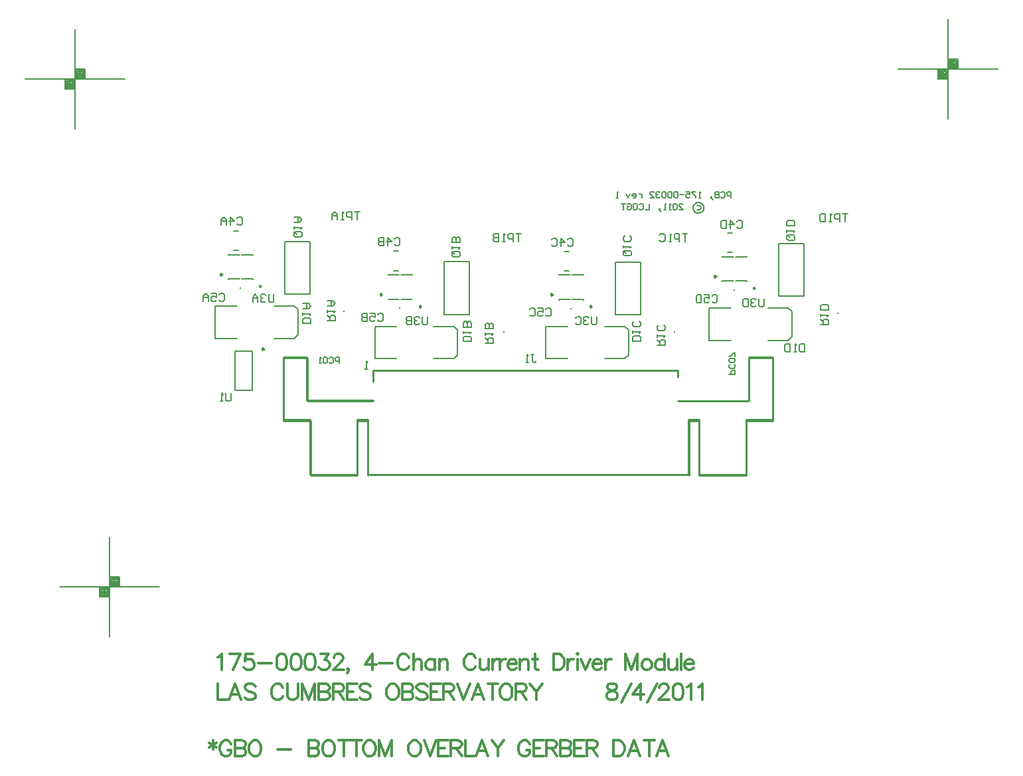
<source format=gbo>
%FSLAX23Y23*%
%MOIN*%
G70*
G01*
G75*
G04 Layer_Color=32896*
%ADD10R,0.014X0.060*%
%ADD11R,0.030X0.100*%
%ADD12R,0.031X0.060*%
%ADD13R,0.070X0.135*%
%ADD14R,0.050X0.050*%
%ADD15R,0.036X0.036*%
%ADD16R,0.028X0.036*%
%ADD17R,0.078X0.048*%
%ADD18R,0.050X0.050*%
%ADD19R,0.213X0.114*%
%ADD20R,0.039X0.063*%
%ADD21C,0.005*%
%ADD22C,0.010*%
%ADD23C,0.020*%
%ADD24C,0.025*%
%ADD25C,0.050*%
%ADD26C,0.100*%
%ADD27C,0.012*%
%ADD28C,0.008*%
%ADD29C,0.012*%
%ADD30C,0.012*%
%ADD31C,0.020*%
%ADD32C,0.059*%
%ADD33R,0.059X0.059*%
%ADD34C,0.219*%
%ADD35C,0.028*%
%ADD36C,0.024*%
%ADD37C,0.050*%
%ADD38C,0.040*%
%ADD39C,0.075*%
%ADD40C,0.206*%
G04:AMPARAMS|DCode=41|XSize=73mil|YSize=73mil|CornerRadius=0mil|HoleSize=0mil|Usage=FLASHONLY|Rotation=0.000|XOffset=0mil|YOffset=0mil|HoleType=Round|Shape=Relief|Width=10mil|Gap=10mil|Entries=4|*
%AMTHD41*
7,0,0,0.073,0.053,0.010,45*
%
%ADD41THD41*%
G04:AMPARAMS|DCode=42|XSize=70mil|YSize=70mil|CornerRadius=0mil|HoleSize=0mil|Usage=FLASHONLY|Rotation=0.000|XOffset=0mil|YOffset=0mil|HoleType=Round|Shape=Relief|Width=10mil|Gap=10mil|Entries=4|*
%AMTHD42*
7,0,0,0.070,0.050,0.010,45*
%
%ADD42THD42*%
G04:AMPARAMS|DCode=43|XSize=88mil|YSize=88mil|CornerRadius=0mil|HoleSize=0mil|Usage=FLASHONLY|Rotation=0.000|XOffset=0mil|YOffset=0mil|HoleType=Round|Shape=Relief|Width=10mil|Gap=10mil|Entries=4|*
%AMTHD43*
7,0,0,0.088,0.068,0.010,45*
%
%ADD43THD43*%
%ADD44C,0.068*%
%ADD45C,0.053*%
%ADD46O,0.079X0.024*%
%ADD47R,0.063X0.106*%
%ADD48R,0.094X0.130*%
%ADD49R,0.085X0.043*%
%ADD50R,0.085X0.043*%
%ADD51R,0.085X0.138*%
%ADD52R,0.067X0.067*%
%ADD53O,0.028X0.018*%
%ADD54C,0.010*%
%ADD55C,0.006*%
%ADD56C,0.007*%
%ADD57C,0.007*%
%ADD58R,0.320X0.160*%
%ADD59R,0.022X0.068*%
%ADD60R,0.038X0.108*%
%ADD61R,0.039X0.068*%
%ADD62R,0.078X0.143*%
%ADD63R,0.058X0.058*%
%ADD64R,0.044X0.044*%
%ADD65R,0.036X0.044*%
%ADD66R,0.086X0.056*%
%ADD67R,0.058X0.058*%
%ADD68R,0.221X0.122*%
%ADD69R,0.047X0.071*%
%ADD70C,0.067*%
%ADD71R,0.067X0.067*%
%ADD72C,0.227*%
%ADD73C,0.036*%
%ADD74C,0.032*%
%ADD75C,0.058*%
%ADD76R,0.601X0.137*%
%ADD77O,0.087X0.032*%
%ADD78R,0.071X0.114*%
%ADD79R,0.102X0.138*%
%ADD80R,0.093X0.051*%
%ADD81R,0.093X0.051*%
%ADD82R,0.093X0.146*%
%ADD83R,0.075X0.075*%
%ADD84O,0.036X0.026*%
%ADD85C,0.010*%
%ADD86C,0.008*%
D21*
X33598Y19500D02*
X33596Y19510D01*
X33591Y19518D01*
X33583Y19524D01*
X33574Y19527D01*
X33564Y19526D01*
X33555Y19521D01*
X33548Y19514D01*
X33545Y19505D01*
Y19495D01*
X33548Y19486D01*
X33555Y19478D01*
X33564Y19474D01*
X33574Y19473D01*
X33583Y19476D01*
X33591Y19482D01*
X33596Y19490D01*
X33598Y19500D01*
X33562Y19511D02*
X33577D01*
X33582Y19506D01*
Y19496D01*
X33577Y19491D01*
X33562D01*
X33472D02*
X33492D01*
X33472Y19511D01*
Y19516D01*
X33477Y19521D01*
X33487D01*
X33492Y19516D01*
X33462D02*
X33457Y19521D01*
X33447D01*
X33442Y19516D01*
Y19496D01*
X33447Y19491D01*
X33457D01*
X33462Y19496D01*
Y19516D01*
X33432Y19491D02*
X33422D01*
X33427D01*
Y19521D01*
X33432Y19516D01*
X33407Y19491D02*
X33397D01*
X33402D01*
Y19521D01*
X33407Y19516D01*
X33377Y19486D02*
X33372Y19491D01*
Y19496D01*
X33377D01*
Y19491D01*
X33372D01*
X33377Y19486D01*
X33382Y19481D01*
X33322Y19521D02*
Y19491D01*
X33302D01*
X33272Y19516D02*
X33277Y19521D01*
X33287D01*
X33292Y19516D01*
Y19496D01*
X33287Y19491D01*
X33277D01*
X33272Y19496D01*
X33247Y19521D02*
X33257D01*
X33262Y19516D01*
Y19496D01*
X33257Y19491D01*
X33247D01*
X33242Y19496D01*
Y19516D01*
X33247Y19521D01*
X33212Y19516D02*
X33217Y19521D01*
X33227D01*
X33232Y19516D01*
Y19496D01*
X33227Y19491D01*
X33217D01*
X33212Y19496D01*
Y19506D01*
X33222D01*
X33202Y19521D02*
X33182D01*
X33192D01*
Y19491D01*
X33732Y19551D02*
Y19581D01*
X33717D01*
X33712Y19576D01*
Y19566D01*
X33717Y19561D01*
X33732D01*
X33682Y19576D02*
X33687Y19581D01*
X33697D01*
X33702Y19576D01*
Y19556D01*
X33697Y19551D01*
X33687D01*
X33682Y19556D01*
X33672Y19581D02*
Y19551D01*
X33657D01*
X33652Y19556D01*
Y19561D01*
X33657Y19566D01*
X33672D01*
X33657D01*
X33652Y19571D01*
Y19576D01*
X33657Y19581D01*
X33672D01*
X33637Y19546D02*
X33632Y19551D01*
Y19556D01*
X33637D01*
Y19551D01*
X33632D01*
X33637Y19546D01*
X33642Y19541D01*
X33582Y19551D02*
X33572D01*
X33577D01*
Y19581D01*
X33582Y19576D01*
X33557Y19581D02*
X33537D01*
Y19576D01*
X33557Y19556D01*
Y19551D01*
X33507Y19581D02*
X33527D01*
Y19566D01*
X33517Y19571D01*
X33512D01*
X33507Y19566D01*
Y19556D01*
X33512Y19551D01*
X33522D01*
X33527Y19556D01*
X33497Y19566D02*
X33477D01*
X33467Y19576D02*
X33462Y19581D01*
X33452D01*
X33447Y19576D01*
Y19556D01*
X33452Y19551D01*
X33462D01*
X33467Y19556D01*
Y19576D01*
X33437D02*
X33432Y19581D01*
X33422D01*
X33417Y19576D01*
Y19556D01*
X33422Y19551D01*
X33432D01*
X33437Y19556D01*
Y19576D01*
X33407D02*
X33402Y19581D01*
X33392D01*
X33387Y19576D01*
Y19556D01*
X33392Y19551D01*
X33402D01*
X33407Y19556D01*
Y19576D01*
X33377D02*
X33372Y19581D01*
X33362D01*
X33357Y19576D01*
Y19571D01*
X33362Y19566D01*
X33367D01*
X33362D01*
X33357Y19561D01*
Y19556D01*
X33362Y19551D01*
X33372D01*
X33377Y19556D01*
X33327Y19551D02*
X33347D01*
X33327Y19571D01*
Y19576D01*
X33332Y19581D01*
X33342D01*
X33347Y19576D01*
X33287Y19571D02*
Y19551D01*
Y19561D01*
X33282Y19566D01*
X33277Y19571D01*
X33272D01*
X33242Y19551D02*
X33252D01*
X33257Y19556D01*
Y19566D01*
X33252Y19571D01*
X33242D01*
X33237Y19566D01*
Y19561D01*
X33257D01*
X33227Y19571D02*
X33217Y19551D01*
X33207Y19571D01*
X33167Y19551D02*
X33157D01*
X33162D01*
Y19581D01*
X33167Y19576D01*
X33724Y18665D02*
X33754D01*
Y18680D01*
X33749Y18685D01*
X33739D01*
X33734Y18680D01*
Y18665D01*
X33749Y18715D02*
X33754Y18710D01*
Y18700D01*
X33749Y18695D01*
X33729D01*
X33724Y18700D01*
Y18710D01*
X33729Y18715D01*
X33749Y18725D02*
X33754Y18730D01*
Y18740D01*
X33749Y18745D01*
X33729D01*
X33724Y18740D01*
Y18730D01*
X33729Y18725D01*
X33749D01*
X33754Y18755D02*
Y18775D01*
X33749D01*
X33729Y18755D01*
X33724D01*
X31766Y18719D02*
Y18749D01*
X31751D01*
X31746Y18744D01*
Y18734D01*
X31751Y18729D01*
X31766D01*
X31716Y18744D02*
X31721Y18749D01*
X31731D01*
X31736Y18744D01*
Y18724D01*
X31731Y18719D01*
X31721D01*
X31716Y18724D01*
X31706Y18744D02*
X31701Y18749D01*
X31691D01*
X31686Y18744D01*
Y18724D01*
X31691Y18719D01*
X31701D01*
X31706Y18724D01*
Y18744D01*
X31676Y18719D02*
X31666D01*
X31671D01*
Y18749D01*
X31676Y18744D01*
X31909Y18691D02*
X31895D01*
X31902D01*
Y18731D01*
X31909Y18725D01*
D22*
X31937Y18684D02*
X31938Y18626D01*
X31605Y18534D02*
Y18751D01*
X31487Y18436D02*
Y18751D01*
X31909Y18160D02*
Y18436D01*
X31857Y18160D02*
Y18436D01*
X31621Y18160D02*
Y18436D01*
X31857D02*
X31909D01*
X31487Y18751D02*
X31605D01*
X31487Y18436D02*
X31621D01*
X31605Y18534D02*
X31936D01*
X31621Y18160D02*
X31857D01*
X31909D02*
X33522D01*
X33572D02*
X33809D01*
X33466Y18530D02*
X33825D01*
X33809Y18436D02*
X33943D01*
X33824Y18751D02*
X33943D01*
X33521Y18436D02*
X33572D01*
X33809Y18160D02*
Y18436D01*
X33572Y18160D02*
Y18436D01*
X33521Y18160D02*
Y18436D01*
X33943D02*
Y18751D01*
X33824Y18534D02*
Y18751D01*
X33825Y18530D02*
Y18747D01*
X33944Y18432D02*
Y18747D01*
X33522Y18156D02*
Y18432D01*
X33574Y18156D02*
Y18432D01*
X33810Y18156D02*
Y18432D01*
X33522D02*
X33574D01*
X33825Y18747D02*
X33944D01*
X33810Y18432D02*
X33944D01*
X33574Y18156D02*
X33810D01*
X31622D02*
X31858D01*
X31606Y18530D02*
X31937D01*
X31488Y18432D02*
X31622D01*
X31488Y18747D02*
X31606D01*
X31858Y18432D02*
X31910D01*
X31622Y18156D02*
Y18432D01*
X31858Y18156D02*
Y18432D01*
X31910Y18156D02*
Y18432D01*
X31488D02*
Y18747D01*
X31606Y18530D02*
Y18747D01*
X31937Y18684D02*
X33466D01*
Y18649D02*
Y18684D01*
D27*
X31132Y16826D02*
Y16781D01*
X31113Y16815D02*
X31151Y16792D01*
Y16815D02*
X31113Y16792D01*
X31225Y16807D02*
X31221Y16815D01*
X31213Y16822D01*
X31206Y16826D01*
X31191D01*
X31183Y16822D01*
X31175Y16815D01*
X31172Y16807D01*
X31168Y16796D01*
Y16777D01*
X31172Y16765D01*
X31175Y16758D01*
X31183Y16750D01*
X31191Y16746D01*
X31206D01*
X31213Y16750D01*
X31221Y16758D01*
X31225Y16765D01*
Y16777D01*
X31206D02*
X31225D01*
X31243Y16826D02*
Y16746D01*
Y16826D02*
X31277D01*
X31289Y16822D01*
X31293Y16819D01*
X31296Y16811D01*
Y16803D01*
X31293Y16796D01*
X31289Y16792D01*
X31277Y16788D01*
X31243D02*
X31277D01*
X31289Y16784D01*
X31293Y16781D01*
X31296Y16773D01*
Y16762D01*
X31293Y16754D01*
X31289Y16750D01*
X31277Y16746D01*
X31243D01*
X31337Y16826D02*
X31330Y16822D01*
X31322Y16815D01*
X31318Y16807D01*
X31314Y16796D01*
Y16777D01*
X31318Y16765D01*
X31322Y16758D01*
X31330Y16750D01*
X31337Y16746D01*
X31352D01*
X31360Y16750D01*
X31368Y16758D01*
X31371Y16765D01*
X31375Y16777D01*
Y16796D01*
X31371Y16807D01*
X31368Y16815D01*
X31360Y16822D01*
X31352Y16826D01*
X31337D01*
X31457Y16781D02*
X31525D01*
X31612Y16826D02*
Y16746D01*
Y16826D02*
X31646D01*
X31658Y16822D01*
X31661Y16819D01*
X31665Y16811D01*
Y16803D01*
X31661Y16796D01*
X31658Y16792D01*
X31646Y16788D01*
X31612D02*
X31646D01*
X31658Y16784D01*
X31661Y16781D01*
X31665Y16773D01*
Y16762D01*
X31661Y16754D01*
X31658Y16750D01*
X31646Y16746D01*
X31612D01*
X31706Y16826D02*
X31698Y16822D01*
X31691Y16815D01*
X31687Y16807D01*
X31683Y16796D01*
Y16777D01*
X31687Y16765D01*
X31691Y16758D01*
X31698Y16750D01*
X31706Y16746D01*
X31721D01*
X31729Y16750D01*
X31736Y16758D01*
X31740Y16765D01*
X31744Y16777D01*
Y16796D01*
X31740Y16807D01*
X31736Y16815D01*
X31729Y16822D01*
X31721Y16826D01*
X31706D01*
X31789D02*
Y16746D01*
X31763Y16826D02*
X31816D01*
X31852D02*
Y16746D01*
X31825Y16826D02*
X31879D01*
X31911D02*
X31904Y16822D01*
X31896Y16815D01*
X31892Y16807D01*
X31888Y16796D01*
Y16777D01*
X31892Y16765D01*
X31896Y16758D01*
X31904Y16750D01*
X31911Y16746D01*
X31926D01*
X31934Y16750D01*
X31942Y16758D01*
X31945Y16765D01*
X31949Y16777D01*
Y16796D01*
X31945Y16807D01*
X31942Y16815D01*
X31934Y16822D01*
X31926Y16826D01*
X31911D01*
X31968D02*
Y16746D01*
Y16826D02*
X31998Y16746D01*
X32029Y16826D02*
X31998Y16746D01*
X32029Y16826D02*
Y16746D01*
X32137Y16826D02*
X32130Y16822D01*
X32122Y16815D01*
X32118Y16807D01*
X32115Y16796D01*
Y16777D01*
X32118Y16765D01*
X32122Y16758D01*
X32130Y16750D01*
X32137Y16746D01*
X32153D01*
X32160Y16750D01*
X32168Y16758D01*
X32172Y16765D01*
X32176Y16777D01*
Y16796D01*
X32172Y16807D01*
X32168Y16815D01*
X32160Y16822D01*
X32153Y16826D01*
X32137D01*
X32194D02*
X32225Y16746D01*
X32255Y16826D02*
X32225Y16746D01*
X32315Y16826D02*
X32265D01*
Y16746D01*
X32315D01*
X32265Y16788D02*
X32296D01*
X32328Y16826D02*
Y16746D01*
Y16826D02*
X32363D01*
X32374Y16822D01*
X32378Y16819D01*
X32382Y16811D01*
Y16803D01*
X32378Y16796D01*
X32374Y16792D01*
X32363Y16788D01*
X32328D01*
X32355D02*
X32382Y16746D01*
X32399Y16826D02*
Y16746D01*
X32445D01*
X32515D02*
X32484Y16826D01*
X32454Y16746D01*
X32465Y16773D02*
X32503D01*
X32534Y16826D02*
X32564Y16788D01*
Y16746D01*
X32594Y16826D02*
X32564Y16788D01*
X32725Y16807D02*
X32721Y16815D01*
X32713Y16822D01*
X32706Y16826D01*
X32690D01*
X32683Y16822D01*
X32675Y16815D01*
X32671Y16807D01*
X32668Y16796D01*
Y16777D01*
X32671Y16765D01*
X32675Y16758D01*
X32683Y16750D01*
X32690Y16746D01*
X32706D01*
X32713Y16750D01*
X32721Y16758D01*
X32725Y16765D01*
Y16777D01*
X32706D02*
X32725D01*
X32793Y16826D02*
X32743D01*
Y16746D01*
X32793D01*
X32743Y16788D02*
X32773D01*
X32806Y16826D02*
Y16746D01*
Y16826D02*
X32840D01*
X32852Y16822D01*
X32855Y16819D01*
X32859Y16811D01*
Y16803D01*
X32855Y16796D01*
X32852Y16792D01*
X32840Y16788D01*
X32806D01*
X32833D02*
X32859Y16746D01*
X32877Y16826D02*
Y16746D01*
Y16826D02*
X32911D01*
X32923Y16822D01*
X32927Y16819D01*
X32930Y16811D01*
Y16803D01*
X32927Y16796D01*
X32923Y16792D01*
X32911Y16788D01*
X32877D02*
X32911D01*
X32923Y16784D01*
X32927Y16781D01*
X32930Y16773D01*
Y16762D01*
X32927Y16754D01*
X32923Y16750D01*
X32911Y16746D01*
X32877D01*
X32998Y16826D02*
X32948D01*
Y16746D01*
X32998D01*
X32948Y16788D02*
X32979D01*
X33011Y16826D02*
Y16746D01*
Y16826D02*
X33045D01*
X33057Y16822D01*
X33061Y16819D01*
X33064Y16811D01*
Y16803D01*
X33061Y16796D01*
X33057Y16792D01*
X33045Y16788D01*
X33011D01*
X33038D02*
X33064Y16746D01*
X33145Y16826D02*
Y16746D01*
Y16826D02*
X33172D01*
X33183Y16822D01*
X33191Y16815D01*
X33195Y16807D01*
X33199Y16796D01*
Y16777D01*
X33195Y16765D01*
X33191Y16758D01*
X33183Y16750D01*
X33172Y16746D01*
X33145D01*
X33277D02*
X33247Y16826D01*
X33216Y16746D01*
X33228Y16773D02*
X33266D01*
X33323Y16826D02*
Y16746D01*
X33296Y16826D02*
X33349D01*
X33420Y16746D02*
X33389Y16826D01*
X33359Y16746D01*
X33370Y16773D02*
X33408D01*
D28*
X31224Y18569D02*
Y18535D01*
X31218Y18529D01*
X31204D01*
X31198Y18535D01*
Y18569D01*
X31184Y18529D02*
X31171D01*
X31178D01*
Y18569D01*
X31184Y18562D01*
X34319Y19472D02*
X34293D01*
X34306D01*
Y19432D01*
X34279D02*
Y19472D01*
X34259D01*
X34253Y19465D01*
Y19452D01*
X34259Y19445D01*
X34279D01*
X34239Y19432D02*
X34226D01*
X34233D01*
Y19472D01*
X34239Y19465D01*
X34206Y19472D02*
Y19432D01*
X34186D01*
X34179Y19438D01*
Y19465D01*
X34186Y19472D01*
X34206D01*
X33515Y19370D02*
X33489D01*
X33502D01*
Y19330D01*
X33475D02*
Y19370D01*
X33455D01*
X33449Y19363D01*
Y19350D01*
X33455Y19343D01*
X33475D01*
X33435Y19330D02*
X33422D01*
X33429D01*
Y19370D01*
X33435Y19363D01*
X33375D02*
X33382Y19370D01*
X33395D01*
X33402Y19363D01*
Y19336D01*
X33395Y19330D01*
X33382D01*
X33375Y19336D01*
X32680Y19371D02*
X32654D01*
X32667D01*
Y19331D01*
X32640D02*
Y19371D01*
X32620D01*
X32614Y19364D01*
Y19351D01*
X32620Y19344D01*
X32640D01*
X32600Y19331D02*
X32587D01*
X32594D01*
Y19371D01*
X32600Y19364D01*
X32567Y19371D02*
Y19331D01*
X32547D01*
X32540Y19337D01*
Y19344D01*
X32547Y19351D01*
X32567D01*
X32547D01*
X32540Y19357D01*
Y19364D01*
X32547Y19371D01*
X32567D01*
X31871Y19480D02*
X31845D01*
X31858D01*
Y19440D01*
X31831D02*
Y19480D01*
X31811D01*
X31805Y19473D01*
Y19460D01*
X31811Y19453D01*
X31831D01*
X31791Y19440D02*
X31778D01*
X31785D01*
Y19480D01*
X31791Y19473D01*
X31758Y19440D02*
Y19466D01*
X31745Y19480D01*
X31731Y19466D01*
Y19440D01*
Y19460D01*
X31758D01*
X32731Y18765D02*
X32744D01*
X32737D01*
Y18731D01*
X32744Y18725D01*
X32751D01*
X32757Y18731D01*
X32717Y18725D02*
X32704D01*
X32711D01*
Y18765D01*
X32717Y18758D01*
X31253Y19446D02*
X31259Y19453D01*
X31273D01*
X31279Y19446D01*
Y19419D01*
X31273Y19413D01*
X31259D01*
X31253Y19419D01*
X31219Y19413D02*
Y19453D01*
X31239Y19433D01*
X31213D01*
X31199Y19413D02*
Y19439D01*
X31186Y19453D01*
X31173Y19439D01*
Y19413D01*
Y19433D01*
X31199D01*
X32045Y19343D02*
X32051Y19350D01*
X32065D01*
X32071Y19343D01*
Y19316D01*
X32065Y19310D01*
X32051D01*
X32045Y19316D01*
X32011Y19310D02*
Y19350D01*
X32031Y19330D01*
X32005D01*
X31991Y19350D02*
Y19310D01*
X31971D01*
X31965Y19316D01*
Y19323D01*
X31971Y19330D01*
X31991D01*
X31971D01*
X31965Y19336D01*
Y19343D01*
X31971Y19350D01*
X31991D01*
X32915Y19340D02*
X32921Y19347D01*
X32935D01*
X32941Y19340D01*
Y19313D01*
X32935Y19307D01*
X32921D01*
X32915Y19313D01*
X32881Y19307D02*
Y19347D01*
X32901Y19327D01*
X32875D01*
X32835Y19340D02*
X32841Y19347D01*
X32855D01*
X32861Y19340D01*
Y19313D01*
X32855Y19307D01*
X32841D01*
X32835Y19313D01*
X33764Y19431D02*
X33770Y19438D01*
X33784D01*
X33790Y19431D01*
Y19404D01*
X33784Y19398D01*
X33770D01*
X33764Y19404D01*
X33730Y19398D02*
Y19438D01*
X33750Y19418D01*
X33724D01*
X33710Y19438D02*
Y19398D01*
X33690D01*
X33684Y19404D01*
Y19431D01*
X33690Y19438D01*
X33710D01*
X31165Y19064D02*
X31171Y19071D01*
X31185D01*
X31191Y19064D01*
Y19037D01*
X31185Y19031D01*
X31171D01*
X31165Y19037D01*
X31125Y19071D02*
X31151D01*
Y19051D01*
X31138Y19057D01*
X31131D01*
X31125Y19051D01*
Y19037D01*
X31131Y19031D01*
X31145D01*
X31151Y19037D01*
X31111Y19031D02*
Y19057D01*
X31098Y19071D01*
X31085Y19057D01*
Y19031D01*
Y19051D01*
X31111D01*
X31960Y18965D02*
X31966Y18972D01*
X31980D01*
X31986Y18965D01*
Y18938D01*
X31980Y18932D01*
X31966D01*
X31960Y18938D01*
X31920Y18972D02*
X31946D01*
Y18952D01*
X31933Y18958D01*
X31926D01*
X31920Y18952D01*
Y18938D01*
X31926Y18932D01*
X31940D01*
X31946Y18938D01*
X31906Y18972D02*
Y18932D01*
X31886D01*
X31880Y18938D01*
Y18945D01*
X31886Y18952D01*
X31906D01*
X31886D01*
X31880Y18958D01*
Y18965D01*
X31886Y18972D01*
X31906D01*
X32804Y18989D02*
X32810Y18996D01*
X32824D01*
X32830Y18989D01*
Y18962D01*
X32824Y18956D01*
X32810D01*
X32804Y18962D01*
X32764Y18996D02*
X32790D01*
Y18976D01*
X32777Y18982D01*
X32770D01*
X32764Y18976D01*
Y18962D01*
X32770Y18956D01*
X32784D01*
X32790Y18962D01*
X32724Y18989D02*
X32730Y18996D01*
X32744D01*
X32750Y18989D01*
Y18962D01*
X32744Y18956D01*
X32730D01*
X32724Y18962D01*
X33639Y19056D02*
X33645Y19063D01*
X33659D01*
X33665Y19056D01*
Y19029D01*
X33659Y19023D01*
X33645D01*
X33639Y19029D01*
X33599Y19063D02*
X33625D01*
Y19043D01*
X33612Y19049D01*
X33605D01*
X33599Y19043D01*
Y19029D01*
X33605Y19023D01*
X33619D01*
X33625Y19029D01*
X33585Y19063D02*
Y19023D01*
X33565D01*
X33559Y19029D01*
Y19056D01*
X33565Y19063D01*
X33585D01*
X31625Y18922D02*
X31585D01*
Y18942D01*
X31592Y18948D01*
X31619D01*
X31625Y18942D01*
Y18922D01*
X31585Y18962D02*
Y18975D01*
Y18968D01*
X31625D01*
X31619Y18962D01*
X31585Y18995D02*
X31612D01*
X31625Y19008D01*
X31612Y19022D01*
X31585D01*
X31605D01*
Y18995D01*
X32429Y18829D02*
X32389D01*
Y18849D01*
X32396Y18855D01*
X32423D01*
X32429Y18849D01*
Y18829D01*
X32389Y18869D02*
Y18882D01*
Y18875D01*
X32429D01*
X32423Y18869D01*
X32429Y18902D02*
X32389D01*
Y18922D01*
X32396Y18929D01*
X32403D01*
X32409Y18922D01*
Y18902D01*
Y18922D01*
X32416Y18929D01*
X32423D01*
X32429Y18922D01*
Y18902D01*
X33279Y18830D02*
X33239D01*
Y18850D01*
X33246Y18856D01*
X33273D01*
X33279Y18850D01*
Y18830D01*
X33239Y18870D02*
Y18883D01*
Y18876D01*
X33279D01*
X33273Y18870D01*
Y18930D02*
X33279Y18923D01*
Y18910D01*
X33273Y18903D01*
X33246D01*
X33239Y18910D01*
Y18923D01*
X33246Y18930D01*
X34104Y18817D02*
Y18777D01*
X34084D01*
X34078Y18783D01*
Y18810D01*
X34084Y18817D01*
X34104D01*
X34064Y18777D02*
X34051D01*
X34058D01*
Y18817D01*
X34064Y18810D01*
X34031Y18817D02*
Y18777D01*
X34011D01*
X34004Y18783D01*
Y18810D01*
X34011Y18817D01*
X34031D01*
X31546Y19379D02*
X31573D01*
X31579Y19373D01*
Y19359D01*
X31573Y19353D01*
X31546D01*
X31539Y19359D01*
Y19373D01*
X31553Y19366D02*
X31539Y19379D01*
Y19373D02*
X31546Y19379D01*
X31539Y19393D02*
Y19406D01*
Y19399D01*
X31579D01*
X31573Y19393D01*
X31539Y19426D02*
X31566D01*
X31579Y19439D01*
X31566Y19453D01*
X31539D01*
X31559D01*
Y19426D01*
X32339Y19280D02*
X32366D01*
X32372Y19274D01*
Y19260D01*
X32366Y19254D01*
X32339D01*
X32332Y19260D01*
Y19274D01*
X32346Y19267D02*
X32332Y19280D01*
Y19274D02*
X32339Y19280D01*
X32332Y19294D02*
Y19307D01*
Y19300D01*
X32372D01*
X32366Y19294D01*
X32372Y19327D02*
X32332D01*
Y19347D01*
X32339Y19354D01*
X32346D01*
X32352Y19347D01*
Y19327D01*
Y19347D01*
X32359Y19354D01*
X32366D01*
X32372Y19347D01*
Y19327D01*
X33200Y19285D02*
X33227D01*
X33233Y19279D01*
Y19265D01*
X33227Y19259D01*
X33200D01*
X33193Y19265D01*
Y19279D01*
X33207Y19272D02*
X33193Y19285D01*
Y19279D02*
X33200Y19285D01*
X33193Y19299D02*
Y19312D01*
Y19305D01*
X33233D01*
X33227Y19299D01*
Y19359D02*
X33233Y19352D01*
Y19339D01*
X33227Y19332D01*
X33200D01*
X33193Y19339D01*
Y19352D01*
X33200Y19359D01*
X34022Y19363D02*
X34049D01*
X34055Y19357D01*
Y19343D01*
X34049Y19337D01*
X34022D01*
X34015Y19343D01*
Y19357D01*
X34029Y19350D02*
X34015Y19363D01*
Y19357D02*
X34022Y19363D01*
X34015Y19377D02*
Y19390D01*
Y19383D01*
X34055D01*
X34049Y19377D01*
X34055Y19410D02*
X34015D01*
Y19430D01*
X34022Y19437D01*
X34049D01*
X34055Y19430D01*
Y19410D01*
X31706Y18934D02*
X31746D01*
Y18954D01*
X31740Y18960D01*
X31726D01*
X31720Y18954D01*
Y18934D01*
Y18947D02*
X31706Y18960D01*
Y18974D02*
Y18987D01*
Y18980D01*
X31746D01*
X31740Y18974D01*
X31706Y19007D02*
X31733D01*
X31746Y19020D01*
X31733Y19034D01*
X31706D01*
X31726D01*
Y19007D01*
X32500Y18822D02*
X32540D01*
Y18842D01*
X32534Y18848D01*
X32520D01*
X32514Y18842D01*
Y18822D01*
Y18835D02*
X32500Y18848D01*
Y18862D02*
Y18875D01*
Y18868D01*
X32540D01*
X32534Y18862D01*
X32540Y18895D02*
X32500D01*
Y18915D01*
X32507Y18922D01*
X32514D01*
X32520Y18915D01*
Y18895D01*
Y18915D01*
X32527Y18922D01*
X32534D01*
X32540Y18915D01*
Y18895D01*
X33364Y18811D02*
X33404D01*
Y18831D01*
X33398Y18837D01*
X33384D01*
X33378Y18831D01*
Y18811D01*
Y18824D02*
X33364Y18837D01*
Y18851D02*
Y18864D01*
Y18857D01*
X33404D01*
X33398Y18851D01*
Y18911D02*
X33404Y18904D01*
Y18891D01*
X33398Y18884D01*
X33371D01*
X33364Y18891D01*
Y18904D01*
X33371Y18911D01*
X34184Y18915D02*
X34224D01*
Y18935D01*
X34218Y18941D01*
X34204D01*
X34198Y18935D01*
Y18915D01*
Y18928D02*
X34184Y18941D01*
Y18955D02*
Y18968D01*
Y18961D01*
X34224D01*
X34218Y18955D01*
X34224Y18988D02*
X34184D01*
Y19008D01*
X34191Y19015D01*
X34218D01*
X34224Y19008D01*
Y18988D01*
X31438Y19066D02*
Y19032D01*
X31432Y19026D01*
X31418D01*
X31412Y19032D01*
Y19066D01*
X31398Y19059D02*
X31392Y19066D01*
X31378D01*
X31372Y19059D01*
Y19052D01*
X31378Y19046D01*
X31385D01*
X31378D01*
X31372Y19039D01*
Y19032D01*
X31378Y19026D01*
X31392D01*
X31398Y19032D01*
X31358Y19026D02*
Y19052D01*
X31345Y19066D01*
X31332Y19052D01*
Y19026D01*
Y19046D01*
X31358D01*
X32211Y18955D02*
Y18921D01*
X32205Y18915D01*
X32191D01*
X32185Y18921D01*
Y18955D01*
X32171Y18948D02*
X32165Y18955D01*
X32151D01*
X32145Y18948D01*
Y18941D01*
X32151Y18935D01*
X32158D01*
X32151D01*
X32145Y18928D01*
Y18921D01*
X32151Y18915D01*
X32165D01*
X32171Y18921D01*
X32131Y18955D02*
Y18915D01*
X32111D01*
X32105Y18921D01*
Y18928D01*
X32111Y18935D01*
X32131D01*
X32111D01*
X32105Y18941D01*
Y18948D01*
X32111Y18955D01*
X32131D01*
X33061Y18954D02*
Y18920D01*
X33055Y18914D01*
X33041D01*
X33035Y18920D01*
Y18954D01*
X33021Y18947D02*
X33015Y18954D01*
X33001D01*
X32995Y18947D01*
Y18940D01*
X33001Y18934D01*
X33008D01*
X33001D01*
X32995Y18927D01*
Y18920D01*
X33001Y18914D01*
X33015D01*
X33021Y18920D01*
X32955Y18947D02*
X32961Y18954D01*
X32975D01*
X32981Y18947D01*
Y18920D01*
X32975Y18914D01*
X32961D01*
X32955Y18920D01*
X33899Y19044D02*
Y19010D01*
X33893Y19004D01*
X33879D01*
X33873Y19010D01*
Y19044D01*
X33859Y19037D02*
X33853Y19044D01*
X33839D01*
X33833Y19037D01*
Y19030D01*
X33839Y19024D01*
X33846D01*
X33839D01*
X33833Y19017D01*
Y19010D01*
X33839Y19004D01*
X33853D01*
X33859Y19010D01*
X33819Y19044D02*
Y19004D01*
X33799D01*
X33793Y19010D01*
Y19037D01*
X33799Y19044D01*
X33819D01*
X34575Y20198D02*
X35075D01*
X34825Y19948D02*
Y20448D01*
X34875Y20198D02*
Y20248D01*
X34825D02*
X34875D01*
X34775Y20148D02*
Y20198D01*
Y20148D02*
X34825D01*
X34780Y20193D02*
X34820D01*
X34780Y20153D02*
Y20193D01*
Y20153D02*
X34820D01*
Y20193D01*
X34785Y20188D02*
X34815D01*
X34785Y20158D02*
Y20188D01*
Y20158D02*
X34815D01*
Y20183D01*
X34790D02*
X34810D01*
X34790Y20163D02*
Y20183D01*
Y20163D02*
X34810D01*
Y20178D01*
X34795D02*
X34805D01*
X34795Y20168D02*
Y20178D01*
Y20168D02*
X34805D01*
Y20178D01*
X34795Y20173D02*
X34805D01*
X34830Y20243D02*
X34870D01*
X34830Y20203D02*
Y20243D01*
Y20203D02*
X34870D01*
Y20243D01*
X34835Y20238D02*
X34865D01*
X34835Y20208D02*
Y20238D01*
Y20208D02*
X34865D01*
Y20233D01*
X34840D02*
X34860D01*
X34840Y20213D02*
Y20233D01*
Y20213D02*
X34860D01*
Y20228D01*
X34845D02*
X34855D01*
X34845Y20218D02*
Y20228D01*
Y20218D02*
X34855D01*
Y20228D01*
X34845Y20223D02*
X34855D01*
X30190Y20148D02*
X30690D01*
X30440Y19898D02*
Y20398D01*
X30490Y20148D02*
Y20198D01*
X30440D02*
X30490D01*
X30390Y20098D02*
Y20148D01*
Y20098D02*
X30440D01*
X30395Y20143D02*
X30435D01*
X30395Y20103D02*
Y20143D01*
Y20103D02*
X30435D01*
Y20143D01*
X30400Y20138D02*
X30430D01*
X30400Y20108D02*
Y20138D01*
Y20108D02*
X30430D01*
Y20133D01*
X30405D02*
X30425D01*
X30405Y20113D02*
Y20133D01*
Y20113D02*
X30425D01*
Y20128D01*
X30410D02*
X30420D01*
X30410Y20118D02*
Y20128D01*
Y20118D02*
X30420D01*
Y20128D01*
X30410Y20123D02*
X30420D01*
X30445Y20193D02*
X30485D01*
X30445Y20153D02*
Y20193D01*
Y20153D02*
X30485D01*
Y20193D01*
X30450Y20188D02*
X30480D01*
X30450Y20158D02*
Y20188D01*
Y20158D02*
X30480D01*
Y20183D01*
X30455D02*
X30475D01*
X30455Y20163D02*
Y20183D01*
Y20163D02*
X30475D01*
Y20178D01*
X30460D02*
X30470D01*
X30460Y20168D02*
Y20178D01*
Y20168D02*
X30470D01*
Y20178D01*
X30460Y20173D02*
X30470D01*
X30363Y17598D02*
X30863D01*
X30613Y17348D02*
Y17848D01*
X30663Y17598D02*
Y17648D01*
X30613D02*
X30663D01*
X30563Y17548D02*
Y17598D01*
Y17548D02*
X30613D01*
X30568Y17593D02*
X30608D01*
X30568Y17553D02*
Y17593D01*
Y17553D02*
X30608D01*
Y17593D01*
X30573Y17588D02*
X30603D01*
X30573Y17558D02*
Y17588D01*
Y17558D02*
X30603D01*
Y17583D01*
X30578D02*
X30598D01*
X30578Y17563D02*
Y17583D01*
Y17563D02*
X30598D01*
Y17578D01*
X30583D02*
X30593D01*
X30583Y17568D02*
Y17578D01*
Y17568D02*
X30593D01*
Y17578D01*
X30583Y17573D02*
X30593D01*
X30618Y17643D02*
X30658D01*
X30618Y17603D02*
Y17643D01*
Y17603D02*
X30658D01*
Y17643D01*
X30623Y17638D02*
X30653D01*
X30623Y17608D02*
Y17638D01*
Y17608D02*
X30653D01*
Y17633D01*
X30628D02*
X30648D01*
X30628Y17613D02*
Y17633D01*
Y17613D02*
X30648D01*
Y17628D01*
X30633D02*
X30643D01*
X30633Y17618D02*
Y17628D01*
Y17618D02*
X30643D01*
Y17628D01*
X30633Y17623D02*
X30643D01*
D29*
X31158Y17244D02*
X31166Y17248D01*
X31177Y17259D01*
Y17179D01*
X31270Y17259D02*
X31232Y17179D01*
X31217Y17259D02*
X31270D01*
X31334D02*
X31296D01*
X31292Y17225D01*
X31296Y17229D01*
X31307Y17233D01*
X31319D01*
X31330Y17229D01*
X31338Y17221D01*
X31341Y17210D01*
Y17202D01*
X31338Y17191D01*
X31330Y17183D01*
X31319Y17179D01*
X31307D01*
X31296Y17183D01*
X31292Y17187D01*
X31288Y17195D01*
X31359Y17214D02*
X31428D01*
X31474Y17259D02*
X31463Y17256D01*
X31455Y17244D01*
X31452Y17225D01*
Y17214D01*
X31455Y17195D01*
X31463Y17183D01*
X31474Y17179D01*
X31482D01*
X31493Y17183D01*
X31501Y17195D01*
X31505Y17214D01*
Y17225D01*
X31501Y17244D01*
X31493Y17256D01*
X31482Y17259D01*
X31474D01*
X31546D02*
X31534Y17256D01*
X31527Y17244D01*
X31523Y17225D01*
Y17214D01*
X31527Y17195D01*
X31534Y17183D01*
X31546Y17179D01*
X31553D01*
X31565Y17183D01*
X31572Y17195D01*
X31576Y17214D01*
Y17225D01*
X31572Y17244D01*
X31565Y17256D01*
X31553Y17259D01*
X31546D01*
X31617D02*
X31605Y17256D01*
X31598Y17244D01*
X31594Y17225D01*
Y17214D01*
X31598Y17195D01*
X31605Y17183D01*
X31617Y17179D01*
X31624D01*
X31636Y17183D01*
X31644Y17195D01*
X31647Y17214D01*
Y17225D01*
X31644Y17244D01*
X31636Y17256D01*
X31624Y17259D01*
X31617D01*
X31673D02*
X31715D01*
X31692Y17229D01*
X31703D01*
X31711Y17225D01*
X31715Y17221D01*
X31719Y17210D01*
Y17202D01*
X31715Y17191D01*
X31707Y17183D01*
X31696Y17179D01*
X31684D01*
X31673Y17183D01*
X31669Y17187D01*
X31665Y17195D01*
X31740Y17240D02*
Y17244D01*
X31744Y17252D01*
X31748Y17256D01*
X31755Y17259D01*
X31771D01*
X31778Y17256D01*
X31782Y17252D01*
X31786Y17244D01*
Y17237D01*
X31782Y17229D01*
X31775Y17217D01*
X31736Y17179D01*
X31790D01*
X31815Y17183D02*
X31811Y17179D01*
X31808Y17183D01*
X31811Y17187D01*
X31815Y17183D01*
Y17176D01*
X31811Y17168D01*
X31808Y17164D01*
X31934Y17259D02*
X31896Y17206D01*
X31953D01*
X31934Y17259D02*
Y17179D01*
X31967Y17214D02*
X32035D01*
X32116Y17240D02*
X32112Y17248D01*
X32105Y17256D01*
X32097Y17259D01*
X32082D01*
X32074Y17256D01*
X32067Y17248D01*
X32063Y17240D01*
X32059Y17229D01*
Y17210D01*
X32063Y17198D01*
X32067Y17191D01*
X32074Y17183D01*
X32082Y17179D01*
X32097D01*
X32105Y17183D01*
X32112Y17191D01*
X32116Y17198D01*
X32139Y17259D02*
Y17179D01*
Y17217D02*
X32150Y17229D01*
X32158Y17233D01*
X32169D01*
X32177Y17229D01*
X32181Y17217D01*
Y17179D01*
X32247Y17233D02*
Y17179D01*
Y17221D02*
X32240Y17229D01*
X32232Y17233D01*
X32221D01*
X32213Y17229D01*
X32205Y17221D01*
X32201Y17210D01*
Y17202D01*
X32205Y17191D01*
X32213Y17183D01*
X32221Y17179D01*
X32232D01*
X32240Y17183D01*
X32247Y17191D01*
X32269Y17233D02*
Y17179D01*
Y17217D02*
X32280Y17229D01*
X32288Y17233D01*
X32299D01*
X32307Y17229D01*
X32310Y17217D01*
Y17179D01*
X32451Y17240D02*
X32448Y17248D01*
X32440Y17256D01*
X32432Y17259D01*
X32417D01*
X32409Y17256D01*
X32402Y17248D01*
X32398Y17240D01*
X32394Y17229D01*
Y17210D01*
X32398Y17198D01*
X32402Y17191D01*
X32409Y17183D01*
X32417Y17179D01*
X32432D01*
X32440Y17183D01*
X32448Y17191D01*
X32451Y17198D01*
X32474Y17233D02*
Y17195D01*
X32478Y17183D01*
X32485Y17179D01*
X32497D01*
X32504Y17183D01*
X32516Y17195D01*
Y17233D02*
Y17179D01*
X32537Y17233D02*
Y17179D01*
Y17210D02*
X32540Y17221D01*
X32548Y17229D01*
X32556Y17233D01*
X32567D01*
X32574D02*
Y17179D01*
Y17210D02*
X32578Y17221D01*
X32586Y17229D01*
X32593Y17233D01*
X32605D01*
X32612Y17210D02*
X32658D01*
Y17217D01*
X32654Y17225D01*
X32650Y17229D01*
X32643Y17233D01*
X32631D01*
X32624Y17229D01*
X32616Y17221D01*
X32612Y17210D01*
Y17202D01*
X32616Y17191D01*
X32624Y17183D01*
X32631Y17179D01*
X32643D01*
X32650Y17183D01*
X32658Y17191D01*
X32675Y17233D02*
Y17179D01*
Y17217D02*
X32686Y17229D01*
X32694Y17233D01*
X32705D01*
X32713Y17229D01*
X32717Y17217D01*
Y17179D01*
X32749Y17259D02*
Y17195D01*
X32753Y17183D01*
X32761Y17179D01*
X32768D01*
X32738Y17233D02*
X32764D01*
X32843Y17259D02*
Y17179D01*
Y17259D02*
X32869D01*
X32881Y17256D01*
X32888Y17248D01*
X32892Y17240D01*
X32896Y17229D01*
Y17210D01*
X32892Y17198D01*
X32888Y17191D01*
X32881Y17183D01*
X32869Y17179D01*
X32843D01*
X32914Y17233D02*
Y17179D01*
Y17210D02*
X32918Y17221D01*
X32925Y17229D01*
X32933Y17233D01*
X32944D01*
X32959Y17259D02*
X32963Y17256D01*
X32967Y17259D01*
X32963Y17263D01*
X32959Y17259D01*
X32963Y17233D02*
Y17179D01*
X32981Y17233D02*
X33004Y17179D01*
X33026Y17233D02*
X33004Y17179D01*
X33039Y17210D02*
X33085D01*
Y17217D01*
X33081Y17225D01*
X33077Y17229D01*
X33070Y17233D01*
X33058D01*
X33051Y17229D01*
X33043Y17221D01*
X33039Y17210D01*
Y17202D01*
X33043Y17191D01*
X33051Y17183D01*
X33058Y17179D01*
X33070D01*
X33077Y17183D01*
X33085Y17191D01*
X33102Y17233D02*
Y17179D01*
Y17210D02*
X33106Y17221D01*
X33114Y17229D01*
X33121Y17233D01*
X33133D01*
X33203Y17259D02*
Y17179D01*
Y17259D02*
X33233Y17179D01*
X33264Y17259D02*
X33233Y17179D01*
X33264Y17259D02*
Y17179D01*
X33306Y17233D02*
X33298Y17229D01*
X33290Y17221D01*
X33287Y17210D01*
Y17202D01*
X33290Y17191D01*
X33298Y17183D01*
X33306Y17179D01*
X33317D01*
X33325Y17183D01*
X33332Y17191D01*
X33336Y17202D01*
Y17210D01*
X33332Y17221D01*
X33325Y17229D01*
X33317Y17233D01*
X33306D01*
X33399Y17259D02*
Y17179D01*
Y17221D02*
X33392Y17229D01*
X33384Y17233D01*
X33373D01*
X33365Y17229D01*
X33357Y17221D01*
X33354Y17210D01*
Y17202D01*
X33357Y17191D01*
X33365Y17183D01*
X33373Y17179D01*
X33384D01*
X33392Y17183D01*
X33399Y17191D01*
X33421Y17233D02*
Y17195D01*
X33424Y17183D01*
X33432Y17179D01*
X33444D01*
X33451Y17183D01*
X33463Y17195D01*
Y17233D02*
Y17179D01*
X33484Y17259D02*
Y17179D01*
X33500Y17210D02*
X33546D01*
Y17217D01*
X33542Y17225D01*
X33538Y17229D01*
X33531Y17233D01*
X33519D01*
X33512Y17229D01*
X33504Y17221D01*
X33500Y17210D01*
Y17202D01*
X33504Y17191D01*
X33512Y17183D01*
X33519Y17179D01*
X33531D01*
X33538Y17183D01*
X33546Y17191D01*
D30*
X31158Y17109D02*
Y17029D01*
X31204D01*
X31274D02*
X31243Y17109D01*
X31213Y17029D01*
X31224Y17056D02*
X31262D01*
X31346Y17098D02*
X31338Y17106D01*
X31327Y17109D01*
X31311D01*
X31300Y17106D01*
X31292Y17098D01*
Y17090D01*
X31296Y17083D01*
X31300Y17079D01*
X31308Y17075D01*
X31330Y17067D01*
X31338Y17064D01*
X31342Y17060D01*
X31346Y17052D01*
Y17041D01*
X31338Y17033D01*
X31327Y17029D01*
X31311D01*
X31300Y17033D01*
X31292Y17041D01*
X31484Y17090D02*
X31480Y17098D01*
X31472Y17106D01*
X31465Y17109D01*
X31449D01*
X31442Y17106D01*
X31434Y17098D01*
X31430Y17090D01*
X31426Y17079D01*
Y17060D01*
X31430Y17048D01*
X31434Y17041D01*
X31442Y17033D01*
X31449Y17029D01*
X31465D01*
X31472Y17033D01*
X31480Y17041D01*
X31484Y17048D01*
X31506Y17109D02*
Y17052D01*
X31510Y17041D01*
X31517Y17033D01*
X31529Y17029D01*
X31536D01*
X31548Y17033D01*
X31556Y17041D01*
X31559Y17052D01*
Y17109D01*
X31581D02*
Y17029D01*
Y17109D02*
X31612Y17029D01*
X31642Y17109D02*
X31612Y17029D01*
X31642Y17109D02*
Y17029D01*
X31665Y17109D02*
Y17029D01*
Y17109D02*
X31700D01*
X31711Y17106D01*
X31715Y17102D01*
X31719Y17094D01*
Y17086D01*
X31715Y17079D01*
X31711Y17075D01*
X31700Y17071D01*
X31665D02*
X31700D01*
X31711Y17067D01*
X31715Y17064D01*
X31719Y17056D01*
Y17045D01*
X31715Y17037D01*
X31711Y17033D01*
X31700Y17029D01*
X31665D01*
X31736Y17109D02*
Y17029D01*
Y17109D02*
X31771D01*
X31782Y17106D01*
X31786Y17102D01*
X31790Y17094D01*
Y17086D01*
X31786Y17079D01*
X31782Y17075D01*
X31771Y17071D01*
X31736D01*
X31763D02*
X31790Y17029D01*
X31857Y17109D02*
X31808D01*
Y17029D01*
X31857D01*
X31808Y17071D02*
X31838D01*
X31924Y17098D02*
X31916Y17106D01*
X31905Y17109D01*
X31890D01*
X31878Y17106D01*
X31871Y17098D01*
Y17090D01*
X31874Y17083D01*
X31878Y17079D01*
X31886Y17075D01*
X31909Y17067D01*
X31916Y17064D01*
X31920Y17060D01*
X31924Y17052D01*
Y17041D01*
X31916Y17033D01*
X31905Y17029D01*
X31890D01*
X31878Y17033D01*
X31871Y17041D01*
X32027Y17109D02*
X32020Y17106D01*
X32012Y17098D01*
X32008Y17090D01*
X32005Y17079D01*
Y17060D01*
X32008Y17048D01*
X32012Y17041D01*
X32020Y17033D01*
X32027Y17029D01*
X32043D01*
X32050Y17033D01*
X32058Y17041D01*
X32062Y17048D01*
X32066Y17060D01*
Y17079D01*
X32062Y17090D01*
X32058Y17098D01*
X32050Y17106D01*
X32043Y17109D01*
X32027D01*
X32084D02*
Y17029D01*
Y17109D02*
X32118D01*
X32130Y17106D01*
X32134Y17102D01*
X32138Y17094D01*
Y17086D01*
X32134Y17079D01*
X32130Y17075D01*
X32118Y17071D01*
X32084D02*
X32118D01*
X32130Y17067D01*
X32134Y17064D01*
X32138Y17056D01*
Y17045D01*
X32134Y17037D01*
X32130Y17033D01*
X32118Y17029D01*
X32084D01*
X32209Y17098D02*
X32201Y17106D01*
X32190Y17109D01*
X32174D01*
X32163Y17106D01*
X32155Y17098D01*
Y17090D01*
X32159Y17083D01*
X32163Y17079D01*
X32171Y17075D01*
X32193Y17067D01*
X32201Y17064D01*
X32205Y17060D01*
X32209Y17052D01*
Y17041D01*
X32201Y17033D01*
X32190Y17029D01*
X32174D01*
X32163Y17033D01*
X32155Y17041D01*
X32276Y17109D02*
X32227D01*
Y17029D01*
X32276D01*
X32227Y17071D02*
X32257D01*
X32289Y17109D02*
Y17029D01*
Y17109D02*
X32324D01*
X32335Y17106D01*
X32339Y17102D01*
X32343Y17094D01*
Y17086D01*
X32339Y17079D01*
X32335Y17075D01*
X32324Y17071D01*
X32289D01*
X32316D02*
X32343Y17029D01*
X32361Y17109D02*
X32391Y17029D01*
X32422Y17109D02*
X32391Y17029D01*
X32493D02*
X32462Y17109D01*
X32432Y17029D01*
X32443Y17056D02*
X32481D01*
X32538Y17109D02*
Y17029D01*
X32512Y17109D02*
X32565D01*
X32597D02*
X32590Y17106D01*
X32582Y17098D01*
X32578Y17090D01*
X32574Y17079D01*
Y17060D01*
X32578Y17048D01*
X32582Y17041D01*
X32590Y17033D01*
X32597Y17029D01*
X32612D01*
X32620Y17033D01*
X32628Y17041D01*
X32632Y17048D01*
X32635Y17060D01*
Y17079D01*
X32632Y17090D01*
X32628Y17098D01*
X32620Y17106D01*
X32612Y17109D01*
X32597D01*
X32654D02*
Y17029D01*
Y17109D02*
X32688D01*
X32700Y17106D01*
X32703Y17102D01*
X32707Y17094D01*
Y17086D01*
X32703Y17079D01*
X32700Y17075D01*
X32688Y17071D01*
X32654D01*
X32681D02*
X32707Y17029D01*
X32725Y17109D02*
X32756Y17071D01*
Y17029D01*
X32786Y17109D02*
X32756Y17071D01*
X33130Y17109D02*
X33118Y17106D01*
X33114Y17098D01*
Y17090D01*
X33118Y17083D01*
X33126Y17079D01*
X33141Y17075D01*
X33153Y17071D01*
X33160Y17064D01*
X33164Y17056D01*
Y17045D01*
X33160Y17037D01*
X33156Y17033D01*
X33145Y17029D01*
X33130D01*
X33118Y17033D01*
X33114Y17037D01*
X33111Y17045D01*
Y17056D01*
X33114Y17064D01*
X33122Y17071D01*
X33133Y17075D01*
X33149Y17079D01*
X33156Y17083D01*
X33160Y17090D01*
Y17098D01*
X33156Y17106D01*
X33145Y17109D01*
X33130D01*
X33182Y17018D02*
X33235Y17109D01*
X33279D02*
X33241Y17056D01*
X33298D01*
X33279Y17109D02*
Y17029D01*
X33312Y17018D02*
X33365Y17109D01*
X33374Y17090D02*
Y17094D01*
X33378Y17102D01*
X33382Y17106D01*
X33389Y17109D01*
X33405D01*
X33412Y17106D01*
X33416Y17102D01*
X33420Y17094D01*
Y17086D01*
X33416Y17079D01*
X33408Y17067D01*
X33370Y17029D01*
X33424D01*
X33464Y17109D02*
X33453Y17106D01*
X33445Y17094D01*
X33442Y17075D01*
Y17064D01*
X33445Y17045D01*
X33453Y17033D01*
X33464Y17029D01*
X33472D01*
X33484Y17033D01*
X33491Y17045D01*
X33495Y17064D01*
Y17075D01*
X33491Y17094D01*
X33484Y17106D01*
X33472Y17109D01*
X33464D01*
X33513Y17094D02*
X33520Y17098D01*
X33532Y17109D01*
Y17029D01*
X33571Y17094D02*
X33579Y17098D01*
X33591Y17109D01*
Y17029D01*
D54*
X31269Y19097D02*
D03*
X32070Y18996D02*
D03*
X32929Y18995D02*
D03*
X33749Y19087D02*
D03*
X31791Y18979D02*
D03*
X32592Y18878D02*
D03*
X33451Y18877D02*
D03*
X34271Y18969D02*
D03*
D85*
X31389Y18791D02*
X31381Y18796D01*
Y18787D01*
X31389Y18791D01*
X31375Y19107D02*
X31368Y19111D01*
Y19103D01*
X31375Y19107D01*
X32176Y19006D02*
X32169Y19010D01*
Y19002D01*
X32176Y19006D01*
X33035Y19005D02*
X33028Y19009D01*
Y19001D01*
X33035Y19005D01*
X33855Y19097D02*
X33848Y19101D01*
Y19093D01*
X33855Y19097D01*
X31179Y19166D02*
X31171Y19171D01*
Y19162D01*
X31179Y19166D01*
X31980Y19065D02*
X31972Y19070D01*
Y19061D01*
X31980Y19065D01*
X32839Y19064D02*
X32831Y19069D01*
Y19060D01*
X32839Y19064D01*
X33659Y19156D02*
X33651Y19161D01*
Y19152D01*
X33659Y19156D01*
D86*
X31329Y18584D02*
Y18781D01*
X31242Y18584D02*
Y18781D01*
X31329D01*
X31242Y18584D02*
X31329D01*
X31238Y19384D02*
X31261D01*
X31238Y19286D02*
X31261D01*
X32039Y19283D02*
X32062D01*
X32039Y19185D02*
X32062D01*
X32898Y19282D02*
X32921D01*
X32898Y19184D02*
X32921D01*
X33718Y19374D02*
X33741D01*
X33718Y19276D02*
X33741D01*
X31439Y19006D02*
X31541D01*
X31559Y18989D01*
X31541Y18845D02*
X31559Y18863D01*
X31145Y18845D02*
X31252D01*
X31145Y19006D02*
X31252D01*
X31145Y18845D02*
Y19006D01*
X31559Y18863D02*
Y18989D01*
X31439Y18845D02*
X31541D01*
X32240Y18905D02*
X32342D01*
X32360Y18888D01*
X32342Y18744D02*
X32360Y18762D01*
X31946Y18744D02*
X32053D01*
X31946Y18905D02*
X32053D01*
X31946Y18744D02*
Y18905D01*
X32360Y18762D02*
Y18888D01*
X32240Y18744D02*
X32342D01*
X33099Y18904D02*
X33201D01*
X33219Y18887D01*
X33201Y18743D02*
X33219Y18761D01*
X32805Y18743D02*
X32912D01*
X32805Y18904D02*
X32912D01*
X32805Y18743D02*
Y18904D01*
X33219Y18761D02*
Y18887D01*
X33099Y18743D02*
X33201D01*
X33919Y18996D02*
X34021D01*
X34039Y18979D01*
X34021Y18835D02*
X34039Y18853D01*
X33625Y18835D02*
X33732D01*
X33625Y18996D02*
X33732D01*
X33625Y18835D02*
Y18996D01*
X34039Y18853D02*
Y18979D01*
X33919Y18835D02*
X34021D01*
X31620Y19066D02*
Y19330D01*
X31492Y19066D02*
Y19330D01*
Y19066D02*
X31620D01*
X31492Y19330D02*
X31620D01*
X32421Y18965D02*
Y19229D01*
X32293Y18965D02*
Y19229D01*
Y18965D02*
X32421D01*
X32293Y19229D02*
X32421D01*
X33280Y18964D02*
Y19228D01*
X33152Y18964D02*
Y19228D01*
Y18964D02*
X33280D01*
X33152Y19228D02*
X33280D01*
X34100Y19056D02*
Y19320D01*
X33972Y19056D02*
Y19320D01*
Y19056D02*
X34100D01*
X33972Y19320D02*
X34100D01*
X31211Y19265D02*
Y19268D01*
Y19265D02*
X31267D01*
X31277D02*
X31333D01*
Y19268D01*
Y19140D02*
Y19143D01*
X31277D02*
X31333D01*
X31211D02*
X31267D01*
X31211Y19140D02*
Y19143D01*
X32012Y19164D02*
Y19167D01*
Y19164D02*
X32068D01*
X32078D02*
X32134D01*
Y19167D01*
Y19039D02*
Y19042D01*
X32078D02*
X32134D01*
X32012D02*
X32068D01*
X32012Y19039D02*
Y19042D01*
X32871Y19163D02*
Y19166D01*
Y19163D02*
X32927D01*
X32937D02*
X32993D01*
Y19166D01*
Y19038D02*
Y19041D01*
X32937D02*
X32993D01*
X32871D02*
X32927D01*
X32871Y19038D02*
Y19041D01*
X33691Y19255D02*
Y19258D01*
Y19255D02*
X33747D01*
X33757D02*
X33813D01*
Y19258D01*
Y19130D02*
Y19133D01*
X33757D02*
X33813D01*
X33691D02*
X33747D01*
X33691Y19130D02*
Y19133D01*
M02*

</source>
